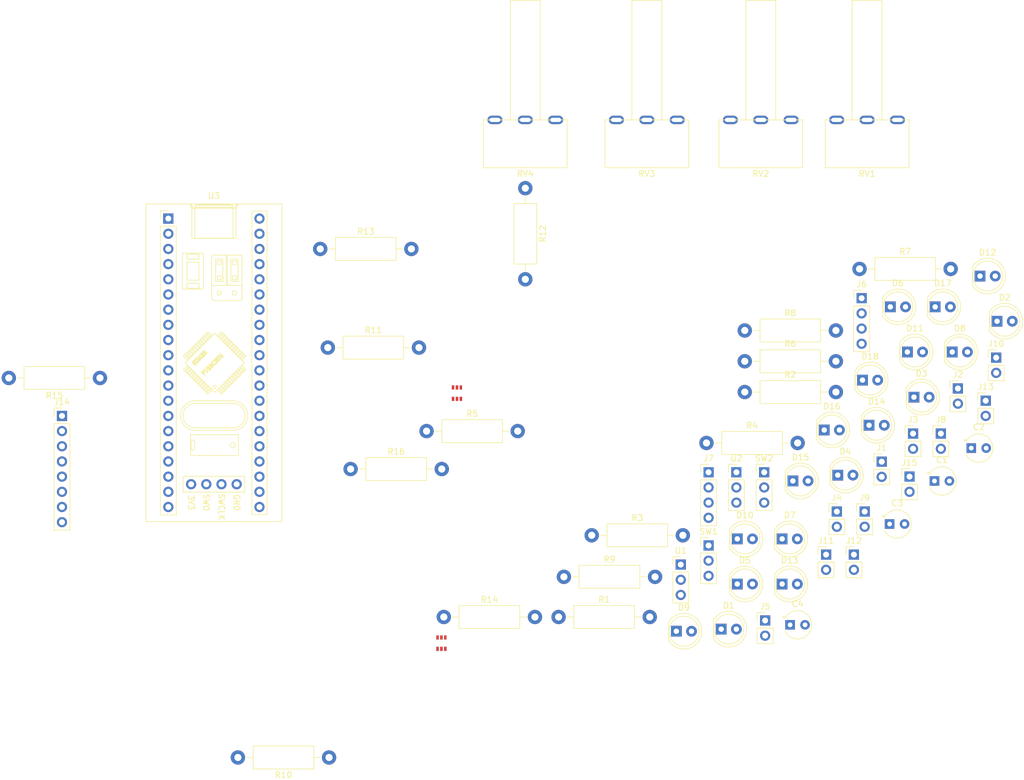
<source format=kicad_pcb>
(kicad_pcb (version 20171130) (host pcbnew "(5.1.5)-3")
  (title_block (title "SSVEP Controller") (rev V01) (company NeuroGoGo) (comment 2 creativecommons.org/licencses/by/4.0/) (comment 3 "License: CC BY 4.0") (comment 4 "Author: David Asgar-Deen"))
  (layers (0 F.Cu signal) (31 B.Cu signal) (34 B.Paste user) (35 F.Paste user) (36 B.SilkS user) (37 F.SilkS user) (38 B.Mask user) (39 F.Mask user) (44 Edge.Cuts user))
  (net 0 "")
  (net 1 "Net-(C1-Pad1)")
  (net 2 GND)
  (net 3 +5V)
  (net 4 "Net-(C3-Pad1)")
  (net 5 +15V)
  (net 6 "Net-(D1-Pad2)")
  (net 7 "Net-(D1-Pad1)")
  (net 8 "Net-(D2-Pad1)")
  (net 9 "Net-(D2-Pad2)")
  (net 10 "Net-(D3-Pad1)")
  (net 11 "Net-(D3-Pad2)")
  (net 12 "Net-(D4-Pad2)")
  (net 13 "Net-(D4-Pad1)")
  (net 14 "Net-(D5-Pad1)")
  (net 15 "Net-(D10-Pad2)")
  (net 16 "Net-(D11-Pad2)")
  (net 17 "Net-(D12-Pad2)")
  (net 18 "Net-(D13-Pad2)")
  (net 19 "Net-(D10-Pad1)")
  (net 20 "Net-(D11-Pad1)")
  (net 21 "Net-(D12-Pad1)")
  (net 22 "Net-(D13-Pad1)")
  (net 23 "Net-(D14-Pad1)")
  (net 24 "Net-(D15-Pad1)")
  (net 25 "Net-(D16-Pad1)")
  (net 26 "Net-(D17-Pad1)")
  (net 27 "Net-(D18-Pad1)")
  (net 28 LED1_conn)
  (net 29 SPIComp_NSS)
  (net 30 SPIComp_SCK)
  (net 31 SPIComp_MISO)
  (net 32 SPIComp_MOSI)
  (net 33 LeftTurn)
  (net 34 RightTurn)
  (net 35 MOVE3)
  (net 36 MOVE4)
  (net 37 VDD)
  (net 38 LED2_conn)
  (net 39 +3V3)
  (net 40 LED3_conn)
  (net 41 GyroSCL)
  (net 42 GyroSDA)
  (net 43 "Net-(J14-Pad5)")
  (net 44 "Net-(J14-Pad6)")
  (net 45 "Net-(J14-Pad7)")
  (net 46 "Net-(J14-Pad8)")
  (net 47 LED4_conn)
  (net 48 "Net-(Q1-Pad5)")
  (net 49 "Net-(Q1-Pad6)")
  (net 50 "Net-(Q1-Pad3)")
  (net 51 "Net-(Q1-Pad2)")
  (net 52 "Net-(Q2-Pad2)")
  (net 53 "Net-(Q2-Pad3)")
  (net 54 "Net-(Q2-Pad6)")
  (net 55 "Net-(Q2-Pad5)")
  (net 56 "Net-(R3-Pad1)")
  (net 57 "Net-(R4-Pad1)")
  (net 58 "Net-(R5-Pad1)")
  (net 59 LED1)
  (net 60 LED2)
  (net 61 LED3)
  (net 62 "Net-(R12-Pad1)")
  (net 63 LED4)
  (net 64 "Net-(RV1-Pad3)")
  (net 65 "Net-(RV2-Pad3)")
  (net 66 "Net-(RV3-Pad3)")
  (net 67 "Net-(RV4-Pad3)")
  (net 68 "Net-(SW1-Pad1)")
  (net 69 "Net-(SW2-Pad1)")
  (net 70 "Net-(U3-Pad43)")
  (net 71 "Net-(U3-Pad42)")
  (net 72 "Net-(U3-Pad41)")
  (net 73 "Net-(U3-Pad40)")
  (net 74 "Net-(U3-Pad1)")
  (net 75 "Net-(U3-Pad39)")
  (net 76 "Net-(U3-Pad2)")
  (net 77 "Net-(U3-Pad3)")
  (net 78 "Net-(U3-Pad37)")
  (net 79 "Net-(U3-Pad5)")
  (net 80 "Net-(U3-Pad6)")
  (net 81 "Net-(U3-Pad7)")
  (net 82 "Net-(U3-Pad8)")
  (net 83 "Net-(U3-Pad9)")
  (net 84 "Net-(U3-Pad10)")
  (net 85 "Net-(U3-Pad28)")
  (net 86 "Net-(U3-Pad27)")
  (net 87 "Net-(U3-Pad26)")
  (net 88 "Net-(U3-Pad25)")
  (net 89 "Net-(U3-Pad16)")
  (net 90 "Net-(U3-Pad24)")
  (net 91 "Net-(U3-Pad17)")
  (net 92 "Net-(U3-Pad23)")
  (net 93 "Net-(U3-Pad22)")
  (net 94 "Net-(U3-Pad21)")
  (net 95 "Net-(U3-Pad20)")
  (module Capacitor_THT:CP_Radial_Tantal_D4.5mm_P2.50mm (layer F.Cu) (at 176.367289 90.895001)
    (fp_text reference C1 (at 1.25 -3.5) (layer F.SilkS))
    (fp_text value 0.33u)
    (pad 1 thru_hole rect (at 0 0) (size 1.6 1.6) (drill 0.8) (layers *.Cu *.Mask) (net 1 "Net-(C1-Pad1)"))
    (pad 2 thru_hole circle (at 2.5 0) (size 1.6 1.6) (drill 0.8) (layers *.Cu *.Mask) (net 2 GND))
  )
  (module Capacitor_THT:CP_Radial_Tantal_D4.5mm_P2.50mm (layer F.Cu) (at 182.517289 85.395001)
    (fp_text reference C2 (at 1.25 -3.5) (layer F.SilkS))
    (fp_text value 0.1u)
    (pad 2 thru_hole circle (at 2.5 0) (size 1.6 1.6) (drill 0.8) (layers *.Cu *.Mask) (net 2 GND))
    (pad 1 thru_hole rect (at 0 0) (size 1.6 1.6) (drill 0.8) (layers *.Cu *.Mask) (net 3 +5V))
  )
  (module Capacitor_THT:CP_Radial_Tantal_D4.5mm_P2.50mm (layer F.Cu) (at 168.867289 98.095001)
    (fp_text reference C3 (at 1.25 -3.5) (layer F.SilkS))
    (fp_text value 0.33u)
    (pad 1 thru_hole rect (at 0 0) (size 1.6 1.6) (drill 0.8) (layers *.Cu *.Mask) (net 4 "Net-(C3-Pad1)"))
    (pad 2 thru_hole circle (at 2.5 0) (size 1.6 1.6) (drill 0.8) (layers *.Cu *.Mask) (net 2 GND))
  )
  (module Capacitor_THT:CP_Radial_Tantal_D4.5mm_P2.50mm (layer F.Cu) (at 152.227289 114.965001)
    (fp_text reference C4 (at 1.25 -3.5) (layer F.SilkS))
    (fp_text value 0.1u)
    (pad 2 thru_hole circle (at 2.5 0) (size 1.6 1.6) (drill 0.8) (layers *.Cu *.Mask) (net 2 GND))
    (pad 1 thru_hole rect (at 0 0) (size 1.6 1.6) (drill 0.8) (layers *.Cu *.Mask) (net 5 +15V))
  )
  (module LED_THT:LED_D5.0mm (layer F.Cu) (at 140.705001 115.685001)
    (fp_text reference D1 (at 1.27 -3.96) (layer F.SilkS))
    (fp_text value LED)
    (pad 2 thru_hole circle (at 2.54 0) (size 1.8 1.8) (drill 0.9) (layers *.Cu *.Mask) (net 6 "Net-(D1-Pad2)"))
    (pad 1 thru_hole rect (at 0 0) (size 1.8 1.8) (drill 0.9) (layers *.Cu *.Mask) (net 7 "Net-(D1-Pad1)"))
  )
  (module LED_THT:LED_D5.0mm (layer F.Cu) (at 186.835001 64.165001)
    (fp_text reference D2 (at 1.27 -3.96) (layer F.SilkS))
    (fp_text value LED)
    (pad 1 thru_hole rect (at 0 0) (size 1.8 1.8) (drill 0.9) (layers *.Cu *.Mask) (net 8 "Net-(D2-Pad1)"))
    (pad 2 thru_hole circle (at 2.54 0) (size 1.8 1.8) (drill 0.9) (layers *.Cu *.Mask) (net 9 "Net-(D2-Pad2)"))
  )
  (module LED_THT:LED_D5.0mm (layer F.Cu) (at 172.935001 76.865001)
    (fp_text reference D3 (at 1.27 -3.96) (layer F.SilkS))
    (fp_text value LED)
    (pad 1 thru_hole rect (at 0 0) (size 1.8 1.8) (drill 0.9) (layers *.Cu *.Mask) (net 10 "Net-(D3-Pad1)"))
    (pad 2 thru_hole circle (at 2.54 0) (size 1.8 1.8) (drill 0.9) (layers *.Cu *.Mask) (net 11 "Net-(D3-Pad2)"))
  )
  (module LED_THT:LED_D5.0mm (layer F.Cu) (at 160.195001 89.915001)
    (fp_text reference D4 (at 1.27 -3.96) (layer F.SilkS))
    (fp_text value LED)
    (pad 2 thru_hole circle (at 2.54 0) (size 1.8 1.8) (drill 0.9) (layers *.Cu *.Mask) (net 12 "Net-(D4-Pad2)"))
    (pad 1 thru_hole rect (at 0 0) (size 1.8 1.8) (drill 0.9) (layers *.Cu *.Mask) (net 13 "Net-(D4-Pad1)"))
  )
  (module LED_THT:LED_D5.0mm (layer F.Cu) (at 143.395001 108.135001)
    (fp_text reference D5 (at 1.27 -3.96) (layer F.SilkS))
    (fp_text value LED)
    (pad 1 thru_hole rect (at 0 0) (size 1.8 1.8) (drill 0.9) (layers *.Cu *.Mask) (net 14 "Net-(D5-Pad1)"))
    (pad 2 thru_hole circle (at 2.54 0) (size 1.8 1.8) (drill 0.9) (layers *.Cu *.Mask) (net 7 "Net-(D1-Pad1)"))
  )
  (module LED_THT:LED_D5.0mm (layer F.Cu) (at 168.985001 61.765001)
    (fp_text reference D6 (at 1.27 -3.96) (layer F.SilkS))
    (fp_text value LED)
    (pad 2 thru_hole circle (at 2.54 0) (size 1.8 1.8) (drill 0.9) (layers *.Cu *.Mask) (net 8 "Net-(D2-Pad1)"))
    (pad 1 thru_hole rect (at 0 0) (size 1.8 1.8) (drill 0.9) (layers *.Cu *.Mask) (net 15 "Net-(D10-Pad2)"))
  )
  (module LED_THT:LED_D5.0mm (layer F.Cu) (at 150.895001 100.585001)
    (fp_text reference D7 (at 1.27 -3.96) (layer F.SilkS))
    (fp_text value LED)
    (pad 2 thru_hole circle (at 2.54 0) (size 1.8 1.8) (drill 0.9) (layers *.Cu *.Mask) (net 10 "Net-(D3-Pad1)"))
    (pad 1 thru_hole rect (at 0 0) (size 1.8 1.8) (drill 0.9) (layers *.Cu *.Mask) (net 16 "Net-(D11-Pad2)"))
  )
  (module LED_THT:LED_D5.0mm (layer F.Cu) (at 179.335001 69.315001)
    (fp_text reference D8 (at 1.27 -3.96) (layer F.SilkS))
    (fp_text value LED)
    (pad 2 thru_hole circle (at 2.54 0) (size 1.8 1.8) (drill 0.9) (layers *.Cu *.Mask) (net 13 "Net-(D4-Pad1)"))
    (pad 1 thru_hole rect (at 0 0) (size 1.8 1.8) (drill 0.9) (layers *.Cu *.Mask) (net 17 "Net-(D12-Pad2)"))
  )
  (module LED_THT:LED_D5.0mm (layer F.Cu) (at 133.205001 116.035001)
    (fp_text reference D9 (at 1.27 -3.96) (layer F.SilkS))
    (fp_text value LED)
    (pad 2 thru_hole circle (at 2.54 0) (size 1.8 1.8) (drill 0.9) (layers *.Cu *.Mask) (net 14 "Net-(D5-Pad1)"))
    (pad 1 thru_hole rect (at 0 0) (size 1.8 1.8) (drill 0.9) (layers *.Cu *.Mask) (net 18 "Net-(D13-Pad2)"))
  )
  (module LED_THT:LED_D5.0mm (layer F.Cu) (at 143.395001 100.585001)
    (fp_text reference D10 (at 1.27 -3.96) (layer F.SilkS))
    (fp_text value LED)
    (pad 1 thru_hole rect (at 0 0) (size 1.8 1.8) (drill 0.9) (layers *.Cu *.Mask) (net 19 "Net-(D10-Pad1)"))
    (pad 2 thru_hole circle (at 2.54 0) (size 1.8 1.8) (drill 0.9) (layers *.Cu *.Mask) (net 15 "Net-(D10-Pad2)"))
  )
  (module LED_THT:LED_D5.0mm (layer F.Cu) (at 171.835001 69.315001)
    (fp_text reference D11 (at 1.27 -3.96) (layer F.SilkS))
    (fp_text value LED)
    (pad 1 thru_hole rect (at 0 0) (size 1.8 1.8) (drill 0.9) (layers *.Cu *.Mask) (net 20 "Net-(D11-Pad1)"))
    (pad 2 thru_hole circle (at 2.54 0) (size 1.8 1.8) (drill 0.9) (layers *.Cu *.Mask) (net 16 "Net-(D11-Pad2)"))
  )
  (module LED_THT:LED_D5.0mm (layer F.Cu) (at 183.985001 56.615001)
    (fp_text reference D12 (at 1.27 -3.96) (layer F.SilkS))
    (fp_text value LED)
    (pad 2 thru_hole circle (at 2.54 0) (size 1.8 1.8) (drill 0.9) (layers *.Cu *.Mask) (net 17 "Net-(D12-Pad2)"))
    (pad 1 thru_hole rect (at 0 0) (size 1.8 1.8) (drill 0.9) (layers *.Cu *.Mask) (net 21 "Net-(D12-Pad1)"))
  )
  (module LED_THT:LED_D5.0mm (layer F.Cu) (at 150.895001 108.135001)
    (fp_text reference D13 (at 1.27 -3.96) (layer F.SilkS))
    (fp_text value LED)
    (pad 1 thru_hole rect (at 0 0) (size 1.8 1.8) (drill 0.9) (layers *.Cu *.Mask) (net 22 "Net-(D13-Pad1)"))
    (pad 2 thru_hole circle (at 2.54 0) (size 1.8 1.8) (drill 0.9) (layers *.Cu *.Mask) (net 18 "Net-(D13-Pad2)"))
  )
  (module LED_THT:LED_D5.0mm (layer F.Cu) (at 165.435001 81.565001)
    (fp_text reference D14 (at 1.27 -3.96) (layer F.SilkS))
    (fp_text value LED)
    (pad 1 thru_hole rect (at 0 0) (size 1.8 1.8) (drill 0.9) (layers *.Cu *.Mask) (net 23 "Net-(D14-Pad1)"))
    (pad 2 thru_hole circle (at 2.54 0) (size 1.8 1.8) (drill 0.9) (layers *.Cu *.Mask) (net 19 "Net-(D10-Pad1)"))
  )
  (module LED_THT:LED_D5.0mm (layer F.Cu) (at 152.695001 90.885001)
    (fp_text reference D15 (at 1.27 -3.96) (layer F.SilkS))
    (fp_text value LED)
    (pad 2 thru_hole circle (at 2.54 0) (size 1.8 1.8) (drill 0.9) (layers *.Cu *.Mask) (net 20 "Net-(D11-Pad1)"))
    (pad 1 thru_hole rect (at 0 0) (size 1.8 1.8) (drill 0.9) (layers *.Cu *.Mask) (net 24 "Net-(D15-Pad1)"))
  )
  (module LED_THT:LED_D5.0mm (layer F.Cu) (at 157.935001 82.365001)
    (fp_text reference D16 (at 1.27 -3.96) (layer F.SilkS))
    (fp_text value LED)
    (pad 1 thru_hole rect (at 0 0) (size 1.8 1.8) (drill 0.9) (layers *.Cu *.Mask) (net 25 "Net-(D16-Pad1)"))
    (pad 2 thru_hole circle (at 2.54 0) (size 1.8 1.8) (drill 0.9) (layers *.Cu *.Mask) (net 21 "Net-(D12-Pad1)"))
  )
  (module LED_THT:LED_D5.0mm (layer F.Cu) (at 176.485001 61.765001)
    (fp_text reference D17 (at 1.27 -3.96) (layer F.SilkS))
    (fp_text value LED)
    (pad 2 thru_hole circle (at 2.54 0) (size 1.8 1.8) (drill 0.9) (layers *.Cu *.Mask) (net 3 +5V))
    (pad 1 thru_hole rect (at 0 0) (size 1.8 1.8) (drill 0.9) (layers *.Cu *.Mask) (net 26 "Net-(D17-Pad1)"))
  )
  (module LED_THT:LED_D5.0mm (layer F.Cu) (at 164.335001 74.015001)
    (fp_text reference D18 (at 1.27 -3.96) (layer F.SilkS))
    (fp_text value LED)
    (pad 1 thru_hole rect (at 0 0) (size 1.8 1.8) (drill 0.9) (layers *.Cu *.Mask) (net 27 "Net-(D18-Pad1)"))
    (pad 2 thru_hole circle (at 2.54 0) (size 1.8 1.8) (drill 0.9) (layers *.Cu *.Mask) (net 5 +15V))
  )
  (module Connector_PinHeader_2.54mm:PinHeader_1x02_P2.54mm_Vertical (layer F.Cu) (at 167.545001 87.665001)
    (fp_text reference J1 (at 0 -2.33) (layer F.SilkS))
    (fp_text value Conn_01x02)
    (pad 1 thru_hole rect (at 0 0) (size 1.7 1.7) (drill 1) (layers *.Cu *.Mask) (net 6 "Net-(D1-Pad2)"))
    (pad 2 thru_hole oval (at 0 2.54) (size 1.7 1.7) (drill 1) (layers *.Cu *.Mask) (net 22 "Net-(D13-Pad1)"))
  )
  (module Connector_PinHeader_2.54mm:PinHeader_1x02_P2.54mm_Vertical (layer F.Cu) (at 180.285001 75.415001)
    (fp_text reference J2 (at 0 -2.33) (layer F.SilkS))
    (fp_text value Conn_01x02)
    (pad 2 thru_hole oval (at 0 2.54) (size 1.7 1.7) (drill 1) (layers *.Cu *.Mask) (net 23 "Net-(D14-Pad1)"))
    (pad 1 thru_hole rect (at 0 0) (size 1.7 1.7) (drill 1) (layers *.Cu *.Mask) (net 9 "Net-(D2-Pad2)"))
  )
  (module Connector_PinHeader_2.54mm:PinHeader_1x02_P2.54mm_Vertical (layer F.Cu) (at 172.785001 82.965001)
    (fp_text reference J3 (at 0 -2.33) (layer F.SilkS))
    (fp_text value Conn_01x02)
    (pad 1 thru_hole rect (at 0 0) (size 1.7 1.7) (drill 1) (layers *.Cu *.Mask) (net 11 "Net-(D3-Pad2)"))
    (pad 2 thru_hole oval (at 0 2.54) (size 1.7 1.7) (drill 1) (layers *.Cu *.Mask) (net 24 "Net-(D15-Pad1)"))
  )
  (module Connector_PinHeader_2.54mm:PinHeader_1x02_P2.54mm_Vertical (layer F.Cu) (at 160.045001 96.015001)
    (fp_text reference J4 (at 0 -2.33) (layer F.SilkS))
    (fp_text value Conn_01x02)
    (pad 1 thru_hole rect (at 0 0) (size 1.7 1.7) (drill 1) (layers *.Cu *.Mask) (net 12 "Net-(D4-Pad2)"))
    (pad 2 thru_hole oval (at 0 2.54) (size 1.7 1.7) (drill 1) (layers *.Cu *.Mask) (net 25 "Net-(D16-Pad1)"))
  )
  (module Connector_PinHeader_2.54mm:PinHeader_1x02_P2.54mm_Vertical (layer F.Cu) (at 148.055001 114.235001)
    (fp_text reference J5 (at 0 -2.33) (layer F.SilkS))
    (fp_text value Conn_01x02)
    (pad 1 thru_hole rect (at 0 0) (size 1.7 1.7) (drill 1) (layers *.Cu *.Mask) (net 5 +15V))
    (pad 2 thru_hole oval (at 0 2.54) (size 1.7 1.7) (drill 1) (layers *.Cu *.Mask) (net 28 LED1_conn))
  )
  (module Connector_PinHeader_2.54mm:PinHeader_1x04_P2.54mm_Vertical (layer F.Cu) (at 164.185001 60.315001)
    (fp_text reference J6 (at 0 -2.33) (layer F.SilkS))
    (fp_text value Conn_01x04)
    (pad 4 thru_hole oval (at 0 7.62) (size 1.7 1.7) (drill 1) (layers *.Cu *.Mask) (net 29 SPIComp_NSS))
    (pad 3 thru_hole oval (at 0 5.08) (size 1.7 1.7) (drill 1) (layers *.Cu *.Mask) (net 30 SPIComp_SCK))
    (pad 2 thru_hole oval (at 0 2.54) (size 1.7 1.7) (drill 1) (layers *.Cu *.Mask) (net 31 SPIComp_MISO))
    (pad 1 thru_hole rect (at 0 0) (size 1.7 1.7) (drill 1) (layers *.Cu *.Mask) (net 32 SPIComp_MOSI))
  )
  (module Connector_PinHeader_2.54mm:PinHeader_1x04_P2.54mm_Vertical (layer F.Cu) (at 138.595001 89.435001)
    (fp_text reference J7 (at 0 -2.33) (layer F.SilkS))
    (fp_text value Conn_01x04)
    (pad 1 thru_hole rect (at 0 0) (size 1.7 1.7) (drill 1) (layers *.Cu *.Mask) (net 33 LeftTurn))
    (pad 2 thru_hole oval (at 0 2.54) (size 1.7 1.7) (drill 1) (layers *.Cu *.Mask) (net 34 RightTurn))
    (pad 3 thru_hole oval (at 0 5.08) (size 1.7 1.7) (drill 1) (layers *.Cu *.Mask) (net 35 MOVE3))
    (pad 4 thru_hole oval (at 0 7.62) (size 1.7 1.7) (drill 1) (layers *.Cu *.Mask) (net 36 MOVE4))
  )
  (module Connector_PinHeader_2.54mm:PinHeader_1x02_P2.54mm_Vertical (layer F.Cu) (at 177.435001 82.965001)
    (fp_text reference J8 (at 0 -2.33) (layer F.SilkS))
    (fp_text value Conn_01x02)
    (pad 2 thru_hole oval (at 0 2.54) (size 1.7 1.7) (drill 1) (layers *.Cu *.Mask) (net 2 GND))
    (pad 1 thru_hole rect (at 0 0) (size 1.7 1.7) (drill 1) (layers *.Cu *.Mask) (net 37 VDD))
  )
  (module Connector_PinHeader_2.54mm:PinHeader_1x02_P2.54mm_Vertical (layer F.Cu) (at 164.695001 96.015001)
    (fp_text reference J9 (at 0 -2.33) (layer F.SilkS))
    (fp_text value Conn_01x02)
    (pad 2 thru_hole oval (at 0 2.54) (size 1.7 1.7) (drill 1) (layers *.Cu *.Mask) (net 2 GND))
    (pad 1 thru_hole rect (at 0 0) (size 1.7 1.7) (drill 1) (layers *.Cu *.Mask) (net 5 +15V))
  )
  (module Connector_PinHeader_2.54mm:PinHeader_1x02_P2.54mm_Vertical (layer F.Cu) (at 186.685001 70.265001)
    (fp_text reference J10 (at 0 -2.33) (layer F.SilkS))
    (fp_text value Conn_01x02)
    (pad 2 thru_hole oval (at 0 2.54) (size 1.7 1.7) (drill 1) (layers *.Cu *.Mask) (net 38 LED2_conn))
    (pad 1 thru_hole rect (at 0 0) (size 1.7 1.7) (drill 1) (layers *.Cu *.Mask) (net 5 +15V))
  )
  (module Connector_PinHeader_2.54mm:PinHeader_1x02_P2.54mm_Vertical (layer F.Cu) (at 158.245001 103.215001)
    (fp_text reference J11 (at 0 -2.33) (layer F.SilkS))
    (fp_text value Conn_01x02)
    (pad 2 thru_hole oval (at 0 2.54) (size 1.7 1.7) (drill 1) (layers *.Cu *.Mask) (net 2 GND))
    (pad 1 thru_hole rect (at 0 0) (size 1.7 1.7) (drill 1) (layers *.Cu *.Mask) (net 3 +5V))
  )
  (module Connector_PinHeader_2.54mm:PinHeader_1x02_P2.54mm_Vertical (layer F.Cu) (at 162.895001 103.215001)
    (fp_text reference J12 (at 0 -2.33) (layer F.SilkS))
    (fp_text value Conn_01x02)
    (pad 1 thru_hole rect (at 0 0) (size 1.7 1.7) (drill 1) (layers *.Cu *.Mask) (net 39 +3V3))
    (pad 2 thru_hole oval (at 0 2.54) (size 1.7 1.7) (drill 1) (layers *.Cu *.Mask) (net 2 GND))
  )
  (module Connector_PinHeader_2.54mm:PinHeader_1x02_P2.54mm_Vertical (layer F.Cu) (at 184.935001 77.465001)
    (fp_text reference J13 (at 0 -2.33) (layer F.SilkS))
    (fp_text value Conn_01x02)
    (pad 1 thru_hole rect (at 0 0) (size 1.7 1.7) (drill 1) (layers *.Cu *.Mask) (net 5 +15V))
    (pad 2 thru_hole oval (at 0 2.54) (size 1.7 1.7) (drill 1) (layers *.Cu *.Mask) (net 40 LED3_conn))
  )
  (module Connector_PinHeader_2.54mm:PinHeader_1x08_P2.54mm_Vertical (layer F.Cu) (at 30.48 80.01)
    (fp_text reference J14 (at 0 -2.33) (layer F.SilkS))
    (fp_text value Conn_01x08)
    (pad 1 thru_hole rect (at 0 0) (size 1.7 1.7) (drill 1) (layers *.Cu *.Mask) (net 3 +5V))
    (pad 2 thru_hole oval (at 0 2.54) (size 1.7 1.7) (drill 1) (layers *.Cu *.Mask) (net 2 GND))
    (pad 3 thru_hole oval (at 0 5.08) (size 1.7 1.7) (drill 1) (layers *.Cu *.Mask) (net 41 GyroSCL))
    (pad 4 thru_hole oval (at 0 7.62) (size 1.7 1.7) (drill 1) (layers *.Cu *.Mask) (net 42 GyroSDA))
    (pad 5 thru_hole oval (at 0 10.16) (size 1.7 1.7) (drill 1) (layers *.Cu *.Mask) (net 43 "Net-(J14-Pad5)"))
    (pad 6 thru_hole oval (at 0 12.7) (size 1.7 1.7) (drill 1) (layers *.Cu *.Mask) (net 44 "Net-(J14-Pad6)"))
    (pad 7 thru_hole oval (at 0 15.24) (size 1.7 1.7) (drill 1) (layers *.Cu *.Mask) (net 45 "Net-(J14-Pad7)"))
    (pad 8 thru_hole oval (at 0 17.78) (size 1.7 1.7) (drill 1) (layers *.Cu *.Mask) (net 46 "Net-(J14-Pad8)"))
  )
  (module Connector_PinHeader_2.54mm:PinHeader_1x02_P2.54mm_Vertical (layer F.Cu) (at 172.195001 90.165001)
    (fp_text reference J15 (at 0 -2.33) (layer F.SilkS))
    (fp_text value Conn_01x02)
    (pad 2 thru_hole oval (at 0 2.54) (size 1.7 1.7) (drill 1) (layers *.Cu *.Mask) (net 47 LED4_conn))
    (pad 1 thru_hole rect (at 0 0) (size 1.7 1.7) (drill 1) (layers *.Cu *.Mask) (net 5 +15V))
  )
  (module CustomFootprintsSchematics:SOT363 (layer F.Cu) (at 93.925001 118.03)
    (fp_text reference Q1)
    (fp_text value 2N7002DW)
    (pad 5 smd rect (at 0 -0.95) (size 0.42 0.7) (layers F.Cu F.Paste F.Mask) (net 48 "Net-(Q1-Pad5)"))
    (pad 6 smd rect (at -0.65 -0.95) (size 0.42 0.7) (layers F.Cu F.Paste F.Mask) (net 49 "Net-(Q1-Pad6)"))
    (pad 4 smd rect (at 0.65 -0.95) (size 0.4 0.7) (layers F.Cu F.Paste F.Mask) (net 2 GND))
    (pad 3 smd rect (at 0.65 0.95) (size 0.42 0.7) (layers F.Cu F.Paste F.Mask) (net 50 "Net-(Q1-Pad3)"))
    (pad 2 smd rect (at 0 0.95) (size 0.42 0.7) (layers F.Cu F.Paste F.Mask) (net 51 "Net-(Q1-Pad2)"))
    (pad 1 smd rect (at -0.65 0.95) (size 0.42 0.7) (layers F.Cu F.Paste F.Mask) (net 2 GND))
  )
  (module CustomFootprintsSchematics:SOT363 (layer F.Cu) (at 96.52 76.2)
    (fp_text reference Q2)
    (fp_text value 2N7002DW)
    (pad 1 smd rect (at -0.65 0.95) (size 0.42 0.7) (layers F.Cu F.Paste F.Mask) (net 2 GND))
    (pad 2 smd rect (at 0 0.95) (size 0.42 0.7) (layers F.Cu F.Paste F.Mask) (net 52 "Net-(Q2-Pad2)"))
    (pad 3 smd rect (at 0.65 0.95) (size 0.42 0.7) (layers F.Cu F.Paste F.Mask) (net 53 "Net-(Q2-Pad3)"))
    (pad 4 smd rect (at 0.65 -0.95) (size 0.4 0.7) (layers F.Cu F.Paste F.Mask) (net 2 GND))
    (pad 6 smd rect (at -0.65 -0.95) (size 0.42 0.7) (layers F.Cu F.Paste F.Mask) (net 54 "Net-(Q2-Pad6)"))
    (pad 5 smd rect (at 0 -0.95) (size 0.42 0.7) (layers F.Cu F.Paste F.Mask) (net 55 "Net-(Q2-Pad5)"))
  )
  (module Resistor_THT:R_Axial_DIN0411_L9.9mm_D3.6mm_P15.24mm_Horizontal (layer F.Cu) (at 113.515001 113.655001)
    (fp_text reference R1 (at 7.62 -2.92) (layer F.SilkS))
    (fp_text value 100)
    (pad 1 thru_hole circle (at 0 0) (size 2.4 2.4) (drill 1.2) (layers *.Cu *.Mask) (net 26 "Net-(D17-Pad1)"))
    (pad 2 thru_hole oval (at 15.24 0) (size 2.4 2.4) (drill 1.2) (layers *.Cu *.Mask) (net 2 GND))
  )
  (module Resistor_THT:R_Axial_DIN0411_L9.9mm_D3.6mm_P15.24mm_Horizontal (layer F.Cu) (at 144.645001 76.015001)
    (fp_text reference R2 (at 7.62 -2.92) (layer F.SilkS))
    (fp_text value 1k)
    (pad 2 thru_hole oval (at 15.24 0) (size 2.4 2.4) (drill 1.2) (layers *.Cu *.Mask) (net 2 GND))
    (pad 1 thru_hole circle (at 0 0) (size 2.4 2.4) (drill 1.2) (layers *.Cu *.Mask) (net 27 "Net-(D18-Pad1)"))
  )
  (module Resistor_THT:R_Axial_DIN0411_L9.9mm_D3.6mm_P15.24mm_Horizontal (layer F.Cu) (at 119.055001 99.985001)
    (fp_text reference R3 (at 7.62 -2.92) (layer F.SilkS))
    (fp_text value 220)
    (pad 2 thru_hole oval (at 15.24 0) (size 2.4 2.4) (drill 1.2) (layers *.Cu *.Mask) (net 28 LED1_conn))
    (pad 1 thru_hole circle (at 0 0) (size 2.4 2.4) (drill 1.2) (layers *.Cu *.Mask) (net 56 "Net-(R3-Pad1)"))
  )
  (module Resistor_THT:R_Axial_DIN0411_L9.9mm_D3.6mm_P15.24mm_Horizontal (layer F.Cu) (at 138.245001 84.535001)
    (fp_text reference R4 (at 7.62 -2.92) (layer F.SilkS))
    (fp_text value 220)
    (pad 2 thru_hole oval (at 15.24 0) (size 2.4 2.4) (drill 1.2) (layers *.Cu *.Mask) (net 38 LED2_conn))
    (pad 1 thru_hole circle (at 0 0) (size 2.4 2.4) (drill 1.2) (layers *.Cu *.Mask) (net 57 "Net-(R4-Pad1)"))
  )
  (module Resistor_THT:R_Axial_DIN0411_L9.9mm_D3.6mm_P15.24mm_Horizontal (layer F.Cu) (at 91.44 82.55)
    (fp_text reference R5 (at 7.62 -2.92) (layer F.SilkS))
    (fp_text value 220)
    (pad 2 thru_hole oval (at 15.24 0) (size 2.4 2.4) (drill 1.2) (layers *.Cu *.Mask) (net 40 LED3_conn))
    (pad 1 thru_hole circle (at 0 0) (size 2.4 2.4) (drill 1.2) (layers *.Cu *.Mask) (net 58 "Net-(R5-Pad1)"))
  )
  (module Resistor_THT:R_Axial_DIN0411_L9.9mm_D3.6mm_P15.24mm_Horizontal (layer F.Cu) (at 144.645001 70.865001)
    (fp_text reference R6 (at 7.62 -2.92) (layer F.SilkS))
    (fp_text value 100)
    (pad 1 thru_hole circle (at 0 0) (size 2.4 2.4) (drill 1.2) (layers *.Cu *.Mask) (net 51 "Net-(Q1-Pad2)"))
    (pad 2 thru_hole oval (at 15.24 0) (size 2.4 2.4) (drill 1.2) (layers *.Cu *.Mask) (net 59 LED1))
  )
  (module Resistor_THT:R_Axial_DIN0411_L9.9mm_D3.6mm_P15.24mm_Horizontal (layer F.Cu) (at 163.835001 55.415001)
    (fp_text reference R7 (at 7.62 -2.92) (layer F.SilkS))
    (fp_text value 100)
    (pad 2 thru_hole oval (at 15.24 0) (size 2.4 2.4) (drill 1.2) (layers *.Cu *.Mask) (net 60 LED2))
    (pad 1 thru_hole circle (at 0 0) (size 2.4 2.4) (drill 1.2) (layers *.Cu *.Mask) (net 48 "Net-(Q1-Pad5)"))
  )
  (module Resistor_THT:R_Axial_DIN0411_L9.9mm_D3.6mm_P15.24mm_Horizontal (layer F.Cu) (at 144.645001 65.715001)
    (fp_text reference R8 (at 7.62 -2.92) (layer F.SilkS))
    (fp_text value 100)
    (pad 1 thru_hole circle (at 0 0) (size 2.4 2.4) (drill 1.2) (layers *.Cu *.Mask) (net 52 "Net-(Q2-Pad2)"))
    (pad 2 thru_hole oval (at 15.24 0) (size 2.4 2.4) (drill 1.2) (layers *.Cu *.Mask) (net 61 LED3))
  )
  (module Resistor_THT:R_Axial_DIN0411_L9.9mm_D3.6mm_P15.24mm_Horizontal (layer F.Cu) (at 114.405001 106.935001)
    (fp_text reference R9 (at 7.62 -2.92) (layer F.SilkS))
    (fp_text value 10k)
    (pad 2 thru_hole oval (at 15.24 0) (size 2.4 2.4) (drill 1.2) (layers *.Cu *.Mask) (net 2 GND))
    (pad 1 thru_hole circle (at 0 0) (size 2.4 2.4) (drill 1.2) (layers *.Cu *.Mask) (net 51 "Net-(Q1-Pad2)"))
  )
  (module Resistor_THT:R_Axial_DIN0411_L9.9mm_D3.6mm_P15.24mm_Horizontal (layer F.Cu) (at 75.135001 137.16 180)
    (fp_text reference R10 (at 7.62 -2.92) (layer F.SilkS))
    (fp_text value 10k)
    (pad 1 thru_hole circle (at 0 0 180) (size 2.4 2.4) (drill 1.2) (layers *.Cu *.Mask) (net 48 "Net-(Q1-Pad5)"))
    (pad 2 thru_hole oval (at 15.24 0 180) (size 2.4 2.4) (drill 1.2) (layers *.Cu *.Mask) (net 2 GND))
  )
  (module Resistor_THT:R_Axial_DIN0411_L9.9mm_D3.6mm_P15.24mm_Horizontal (layer F.Cu) (at 74.93 68.58)
    (fp_text reference R11 (at 7.62 -2.92) (layer F.SilkS))
    (fp_text value 10k)
    (pad 1 thru_hole circle (at 0 0) (size 2.4 2.4) (drill 1.2) (layers *.Cu *.Mask) (net 52 "Net-(Q2-Pad2)"))
    (pad 2 thru_hole oval (at 15.24 0) (size 2.4 2.4) (drill 1.2) (layers *.Cu *.Mask) (net 2 GND))
  )
  (module Resistor_THT:R_Axial_DIN0411_L9.9mm_D3.6mm_P15.24mm_Horizontal (layer F.Cu) (at 107.95 41.91 270)
    (fp_text reference R12 (at 7.62 -2.92 90) (layer F.SilkS))
    (fp_text value 220)
    (pad 1 thru_hole circle (at 0 0 270) (size 2.4 2.4) (drill 1.2) (layers *.Cu *.Mask) (net 62 "Net-(R12-Pad1)"))
    (pad 2 thru_hole oval (at 15.24 0 270) (size 2.4 2.4) (drill 1.2) (layers *.Cu *.Mask) (net 47 LED4_conn))
  )
  (module Resistor_THT:R_Axial_DIN0411_L9.9mm_D3.6mm_P15.24mm_Horizontal (layer F.Cu) (at 73.66 52.07)
    (fp_text reference R13 (at 7.62 -2.92) (layer F.SilkS))
    (fp_text value 2.2k)
    (pad 1 thru_hole circle (at 0 0) (size 2.4 2.4) (drill 1.2) (layers *.Cu *.Mask) (net 39 +3V3))
    (pad 2 thru_hole oval (at 15.24 0) (size 2.4 2.4) (drill 1.2) (layers *.Cu *.Mask) (net 41 GyroSCL))
  )
  (module Resistor_THT:R_Axial_DIN0411_L9.9mm_D3.6mm_P15.24mm_Horizontal (layer F.Cu) (at 94.325001 113.655001)
    (fp_text reference R14 (at 7.62 -2.92) (layer F.SilkS))
    (fp_text value 2.2k)
    (pad 2 thru_hole oval (at 15.24 0) (size 2.4 2.4) (drill 1.2) (layers *.Cu *.Mask) (net 42 GyroSDA))
    (pad 1 thru_hole circle (at 0 0) (size 2.4 2.4) (drill 1.2) (layers *.Cu *.Mask) (net 39 +3V3))
  )
  (module Resistor_THT:R_Axial_DIN0411_L9.9mm_D3.6mm_P15.24mm_Horizontal (layer F.Cu) (at 36.83 73.66 180)
    (fp_text reference R15 (at 7.62 -2.92) (layer F.SilkS))
    (fp_text value 100)
    (pad 2 thru_hole oval (at 15.24 0 180) (size 2.4 2.4) (drill 1.2) (layers *.Cu *.Mask) (net 63 LED4))
    (pad 1 thru_hole circle (at 0 0 180) (size 2.4 2.4) (drill 1.2) (layers *.Cu *.Mask) (net 55 "Net-(Q2-Pad5)"))
  )
  (module Resistor_THT:R_Axial_DIN0411_L9.9mm_D3.6mm_P15.24mm_Horizontal (layer F.Cu) (at 78.74 88.9)
    (fp_text reference R16 (at 7.62 -2.92) (layer F.SilkS))
    (fp_text value 10k)
    (pad 1 thru_hole circle (at 0 0) (size 2.4 2.4) (drill 1.2) (layers *.Cu *.Mask) (net 55 "Net-(Q2-Pad5)"))
    (pad 2 thru_hole oval (at 15.24 0) (size 2.4 2.4) (drill 1.2) (layers *.Cu *.Mask) (net 2 GND))
  )
  (module CustomFootprintsSchematics:RotaryPot (layer F.Cu) (at 165.1 30.48 180)
    (fp_text reference RV1 (at 0 -9) (layer F.SilkS))
    (fp_text value 100k)
    (pad 3 thru_hole oval (at 5.08 0) (size 2.5 1.4) (drill oval 1.8 0.7) (layers *.Cu *.Mask) (net 64 "Net-(RV1-Pad3)"))
    (pad 2 thru_hole oval (at 0 0 180) (size 2.5 1.4) (drill oval 1.8 0.7) (layers *.Cu *.Mask) (net 56 "Net-(R3-Pad1)"))
    (pad 1 thru_hole oval (at -5.08 0 180) (size 2.5 1.4) (drill oval 1.8 0.7) (layers *.Cu *.Mask) (net 49 "Net-(Q1-Pad6)"))
  )
  (module CustomFootprintsSchematics:RotaryPot (layer F.Cu) (at 147.32 30.48 180)
    (fp_text reference RV2 (at 0 -9) (layer F.SilkS))
    (fp_text value 100k)
    (pad 3 thru_hole oval (at 5.08 0) (size 2.5 1.4) (drill oval 1.8 0.7) (layers *.Cu *.Mask) (net 65 "Net-(RV2-Pad3)"))
    (pad 2 thru_hole oval (at 0 0 180) (size 2.5 1.4) (drill oval 1.8 0.7) (layers *.Cu *.Mask) (net 57 "Net-(R4-Pad1)"))
    (pad 1 thru_hole oval (at -5.08 0 180) (size 2.5 1.4) (drill oval 1.8 0.7) (layers *.Cu *.Mask) (net 50 "Net-(Q1-Pad3)"))
  )
  (module CustomFootprintsSchematics:RotaryPot (layer F.Cu) (at 128.27 30.48 180)
    (fp_text reference RV3 (at 0 -9) (layer F.SilkS))
    (fp_text value 100k)
    (pad 1 thru_hole oval (at -5.08 0 180) (size 2.5 1.4) (drill oval 1.8 0.7) (layers *.Cu *.Mask) (net 54 "Net-(Q2-Pad6)"))
    (pad 2 thru_hole oval (at 0 0 180) (size 2.5 1.4) (drill oval 1.8 0.7) (layers *.Cu *.Mask) (net 58 "Net-(R5-Pad1)"))
    (pad 3 thru_hole oval (at 5.08 0) (size 2.5 1.4) (drill oval 1.8 0.7) (layers *.Cu *.Mask) (net 66 "Net-(RV3-Pad3)"))
  )
  (module CustomFootprintsSchematics:RotaryPot (layer F.Cu) (at 107.95 30.48 180)
    (fp_text reference RV4 (at 0 -9) (layer F.SilkS))
    (fp_text value 100k)
    (pad 1 thru_hole oval (at -5.08 0 180) (size 2.5 1.4) (drill oval 1.8 0.7) (layers *.Cu *.Mask) (net 53 "Net-(Q2-Pad3)"))
    (pad 2 thru_hole oval (at 0 0 180) (size 2.5 1.4) (drill oval 1.8 0.7) (layers *.Cu *.Mask) (net 62 "Net-(R12-Pad1)"))
    (pad 3 thru_hole oval (at 5.08 0) (size 2.5 1.4) (drill oval 1.8 0.7) (layers *.Cu *.Mask) (net 67 "Net-(RV4-Pad3)"))
  )
  (module Connector_PinHeader_2.54mm:PinHeader_1x03_P2.54mm_Vertical (layer F.Cu) (at 138.595001 101.685001)
    (fp_text reference SW1 (at 0 -2.33) (layer F.SilkS))
    (fp_text value SW_SPDT)
    (pad 1 thru_hole rect (at 0 0) (size 1.7 1.7) (drill 1) (layers *.Cu *.Mask) (net 68 "Net-(SW1-Pad1)"))
    (pad 2 thru_hole oval (at 0 2.54) (size 1.7 1.7) (drill 1) (layers *.Cu *.Mask) (net 4 "Net-(C3-Pad1)"))
    (pad 3 thru_hole oval (at 0 5.08) (size 1.7 1.7) (drill 1) (layers *.Cu *.Mask) (net 1 "Net-(C1-Pad1)"))
  )
  (module Connector_PinHeader_2.54mm:PinHeader_1x03_P2.54mm_Vertical (layer F.Cu) (at 147.895001 89.435001)
    (fp_text reference SW2 (at 0 -2.33) (layer F.SilkS))
    (fp_text value SW_SPDT)
    (pad 1 thru_hole rect (at 0 0) (size 1.7 1.7) (drill 1) (layers *.Cu *.Mask) (net 69 "Net-(SW2-Pad1)"))
    (pad 2 thru_hole oval (at 0 2.54) (size 1.7 1.7) (drill 1) (layers *.Cu *.Mask) (net 37 VDD))
    (pad 3 thru_hole oval (at 0 5.08) (size 1.7 1.7) (drill 1) (layers *.Cu *.Mask) (net 4 "Net-(C3-Pad1)"))
  )
  (module Connector_PinHeader_2.54mm:PinHeader_1x03_P2.54mm_Vertical (layer F.Cu) (at 133.945001 104.885001)
    (fp_text reference U1 (at 0 -2.33) (layer F.SilkS))
    (fp_text value L7805)
    (pad 3 thru_hole oval (at 0 5.08) (size 1.7 1.7) (drill 1) (layers *.Cu *.Mask) (net 3 +5V))
    (pad 2 thru_hole oval (at 0 2.54) (size 1.7 1.7) (drill 1) (layers *.Cu *.Mask) (net 2 GND))
    (pad 1 thru_hole rect (at 0 0) (size 1.7 1.7) (drill 1) (layers *.Cu *.Mask) (net 1 "Net-(C1-Pad1)"))
  )
  (module Connector_PinHeader_2.54mm:PinHeader_1x03_P2.54mm_Vertical (layer F.Cu) (at 143.245001 89.435001)
    (fp_text reference U2 (at 0 -2.33) (layer F.SilkS))
    (fp_text value L7815)
    (pad 3 thru_hole oval (at 0 5.08) (size 1.7 1.7) (drill 1) (layers *.Cu *.Mask) (net 5 +15V))
    (pad 2 thru_hole oval (at 0 2.54) (size 1.7 1.7) (drill 1) (layers *.Cu *.Mask) (net 2 GND))
    (pad 1 thru_hole rect (at 0 0) (size 1.7 1.7) (drill 1) (layers *.Cu *.Mask) (net 4 "Net-(C3-Pad1)"))
  )
  (module CustomFootprintsSchematics:YAAJ_BluePill_SWD_1 (layer F.Cu) (at 48.26 46.99)
    (fp_text reference U3 (at 7.62 -3.81) (layer F.SilkS))
    (fp_text value YAAJ_BluePill_Part_Like_SWD_Breakout hide)
    (fp_text user 3V3 (at 3.81 47.498 270 unlocked) (layer F.SilkS) (effects (font (size 1 0.9))))
    (fp_text user SWO (at 6.35 47.498 270 unlocked) (layer F.SilkS) (effects (font (size 1 0.9))))
    (fp_text user SWCLK (at 8.89 48.26 270 unlocked) (layer F.SilkS) (effects (font (size 1 0.9))))
    (fp_text user GND (at 11.43 47.498 270 unlocked) (layer F.SilkS) (effects (font (size 1 0.9))))
    (pad 44 thru_hole circle (at 3.81 44.45) (size 1.7 1.7) (drill 1) (layers *.Cu *.Mask) (net 2 GND))
    (pad 43 thru_hole circle (at 6.35 44.45) (size 1.7 1.7) (drill 1) (layers *.Cu *.Mask) (net 70 "Net-(U3-Pad43)"))
    (pad 42 thru_hole circle (at 8.89 44.45) (size 1.7 1.7) (drill 1) (layers *.Cu *.Mask) (net 71 "Net-(U3-Pad42)"))
    (pad 41 thru_hole circle (at 11.43 44.45) (size 1.7 1.7) (drill 1) (layers *.Cu *.Mask) (net 72 "Net-(U3-Pad41)"))
    (pad 40 thru_hole circle (at 15.24 0) (size 1.7 1.7) (drill 1) (layers *.Cu *.Mask) (net 73 "Net-(U3-Pad40)"))
    (pad 1 thru_hole rect (at 0 0) (size 1.7 1.7) (drill 1) (layers *.Cu *.Mask) (net 74 "Net-(U3-Pad1)"))
    (pad 39 thru_hole circle (at 15.24 2.54) (size 1.7 1.7) (drill 1) (layers *.Cu *.Mask) (net 75 "Net-(U3-Pad39)"))
    (pad 2 thru_hole circle (at 0 2.54) (size 1.7 1.7) (drill 1) (layers *.Cu *.Mask) (net 76 "Net-(U3-Pad2)"))
    (pad 38 thru_hole circle (at 15.24 5.08) (size 1.7 1.7) (drill 1) (layers *.Cu *.Mask) (net 39 +3V3))
    (pad 3 thru_hole circle (at 0 5.08) (size 1.7 1.7) (drill 1) (layers *.Cu *.Mask) (net 77 "Net-(U3-Pad3)"))
    (pad 37 thru_hole circle (at 15.24 7.62) (size 1.7 1.7) (drill 1) (layers *.Cu *.Mask) (net 78 "Net-(U3-Pad37)"))
    (pad 4 thru_hole circle (at 0 7.62) (size 1.7 1.7) (drill 1) (layers *.Cu *.Mask) (net 61 LED3))
    (pad 36 thru_hole circle (at 15.24 10.16) (size 1.7 1.7) (drill 1) (layers *.Cu *.Mask) (net 59 LED1))
    (pad 5 thru_hole circle (at 0 10.16) (size 1.7 1.7) (drill 1) (layers *.Cu *.Mask) (net 79 "Net-(U3-Pad5)"))
    (pad 35 thru_hole circle (at 15.24 12.7) (size 1.7 1.7) (drill 1) (layers *.Cu *.Mask) (net 60 LED2))
    (pad 6 thru_hole circle (at 0 12.7) (size 1.7 1.7) (drill 1) (layers *.Cu *.Mask) (net 80 "Net-(U3-Pad6)"))
    (pad 34 thru_hole circle (at 15.24 15.24) (size 1.7 1.7) (drill 1) (layers *.Cu *.Mask) (net 33 LeftTurn))
    (pad 7 thru_hole circle (at 0 15.24) (size 1.7 1.7) (drill 1) (layers *.Cu *.Mask) (net 81 "Net-(U3-Pad7)"))
    (pad 33 thru_hole circle (at 15.24 17.78) (size 1.7 1.7) (drill 1) (layers *.Cu *.Mask) (net 34 RightTurn))
    (pad 8 thru_hole circle (at 0 17.78) (size 1.7 1.7) (drill 1) (layers *.Cu *.Mask) (net 82 "Net-(U3-Pad8)"))
    (pad 32 thru_hole circle (at 15.24 20.32) (size 1.7 1.7) (drill 1) (layers *.Cu *.Mask) (net 32 SPIComp_MOSI))
    (pad 9 thru_hole circle (at 0 20.32) (size 1.7 1.7) (drill 1) (layers *.Cu *.Mask) (net 83 "Net-(U3-Pad9)"))
    (pad 31 thru_hole circle (at 15.24 22.86) (size 1.7 1.7) (drill 1) (layers *.Cu *.Mask) (net 31 SPIComp_MISO))
    (pad 10 thru_hole circle (at 0 22.86) (size 1.7 1.7) (drill 1) (layers *.Cu *.Mask) (net 84 "Net-(U3-Pad10)"))
    (pad 30 thru_hole circle (at 15.24 25.4) (size 1.7 1.7) (drill 1) (layers *.Cu *.Mask) (net 30 SPIComp_SCK))
    (pad 11 thru_hole circle (at 0 25.4) (size 1.7 1.7) (drill 1) (layers *.Cu *.Mask) (net 63 LED4))
    (pad 29 thru_hole circle (at 15.24 27.94) (size 1.7 1.7) (drill 1) (layers *.Cu *.Mask) (net 29 SPIComp_NSS))
    (pad 12 thru_hole circle (at 0 27.94) (size 1.7 1.7) (drill 1) (layers *.Cu *.Mask) (net 35 MOVE3))
    (pad 28 thru_hole circle (at 15.24 30.48) (size 1.7 1.7) (drill 1) (layers *.Cu *.Mask) (net 85 "Net-(U3-Pad28)"))
    (pad 13 thru_hole circle (at 0 30.48) (size 1.7 1.7) (drill 1) (layers *.Cu *.Mask) (net 36 MOVE4))
    (pad 27 thru_hole circle (at 15.24 33.02) (size 1.7 1.7) (drill 1) (layers *.Cu *.Mask) (net 86 "Net-(U3-Pad27)"))
    (pad 14 thru_hole circle (at 0 33.02) (size 1.7 1.7) (drill 1) (layers *.Cu *.Mask) (net 41 GyroSCL))
    (pad 26 thru_hole circle (at 15.24 35.56) (size 1.7 1.7) (drill 1) (layers *.Cu *.Mask) (net 87 "Net-(U3-Pad26)"))
    (pad 15 thru_hole circle (at 0 35.56) (size 1.7 1.7) (drill 1) (layers *.Cu *.Mask) (net 42 GyroSDA))
    (pad 25 thru_hole circle (at 15.24 38.1) (size 1.7 1.7) (drill 1) (layers *.Cu *.Mask) (net 88 "Net-(U3-Pad25)"))
    (pad 16 thru_hole circle (at 0 38.1) (size 1.7 1.7) (drill 1) (layers *.Cu *.Mask) (net 89 "Net-(U3-Pad16)"))
    (pad 24 thru_hole circle (at 15.24 40.64) (size 1.7 1.7) (drill 1) (layers *.Cu *.Mask) (net 90 "Net-(U3-Pad24)"))
    (pad 17 thru_hole circle (at 0 40.64) (size 1.7 1.7) (drill 1) (layers *.Cu *.Mask) (net 91 "Net-(U3-Pad17)"))
    (pad 23 thru_hole circle (at 15.24 43.18) (size 1.7 1.7) (drill 1) (layers *.Cu *.Mask) (net 92 "Net-(U3-Pad23)"))
    (pad 18 thru_hole circle (at 0 43.18) (size 1.7 1.7) (drill 1) (layers *.Cu *.Mask) (net 3 +5V))
    (pad 22 thru_hole circle (at 15.24 45.72) (size 1.7 1.7) (drill 1) (layers *.Cu *.Mask) (net 93 "Net-(U3-Pad22)"))
    (pad 19 thru_hole circle (at 0 45.72) (size 1.7 1.7) (drill 1) (layers *.Cu *.Mask) (net 2 GND))
    (pad 21 thru_hole circle (at 15.24 48.26) (size 1.7 1.7) (drill 1) (layers *.Cu *.Mask) (net 94 "Net-(U3-Pad21)"))
    (pad 20 thru_hole circle (at 0 48.26) (size 1.7 1.7) (drill 1) (layers *.Cu *.Mask) (net 95 "Net-(U3-Pad20)"))
  )
)
</source>
